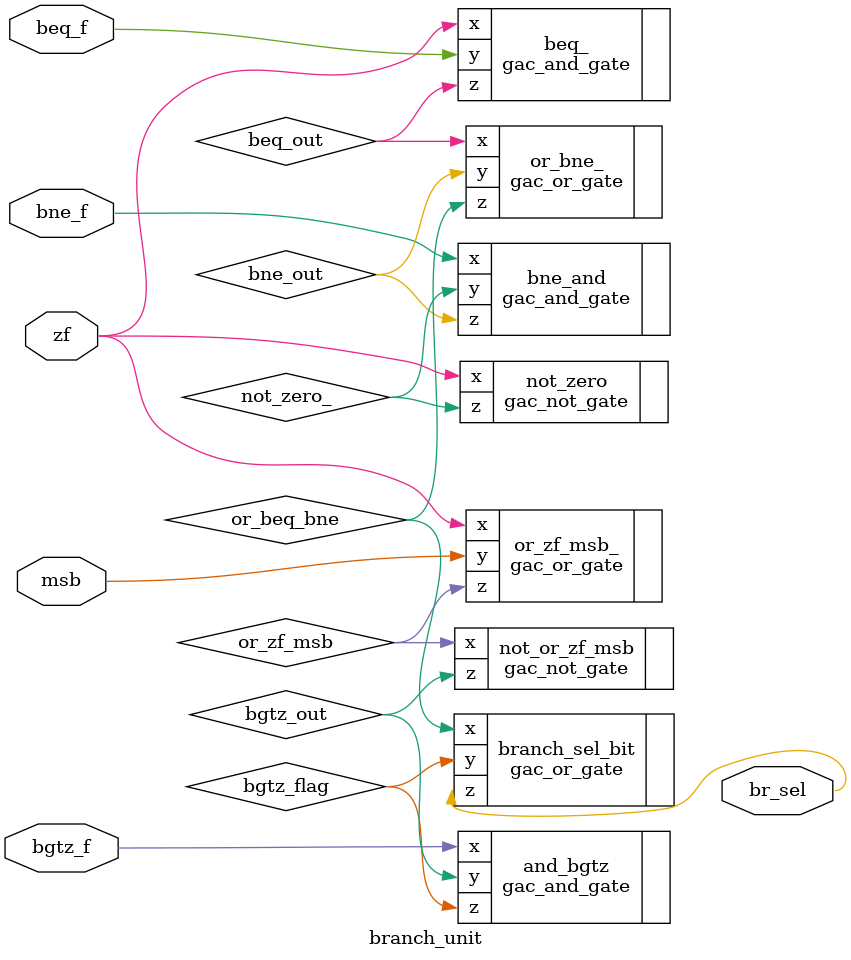
<source format=v>
`timescale 1ns/10ps
module branch_unit(beq_f, bne_f, bgtz_f, zf, msb, br_sel);

    input beq_f, bne_f, bgtz_f, zf, msb;
    output wire br_sel;

    wire beq_out;
    gac_and_gate beq_(.x(zf), .y(beq_f), .z(beq_out));

    wire not_zero_;
    gac_not_gate not_zero(
        .x(zf),
        .z(not_zero_)
    );

    wire bne_out;
    gac_and_gate bne_and(
        .x(bne_f),
        .y(not_zero_),
        .z(bne_out)
    );

    wire or_zf_msb;
    gac_or_gate or_zf_msb_(
        .x(zf),
        .y(msb),
        .z(or_zf_msb)
    );

    wire bgtz_out;
    gac_not_gate not_or_zf_msb(
        .x(or_zf_msb),
        .z(bgtz_out)
    );

    wire or_beq_bne;
    gac_or_gate or_bne_(
        .x(beq_out),
        .y(bne_out),
        .z(or_beq_bne)
    );

    wire bgtz_flag;
    gac_and_gate and_bgtz(
        .x(bgtz_f),
        .y(bgtz_out),
        .z(bgtz_flag)
    );

    gac_or_gate branch_sel_bit(
        .x(or_beq_bne),
        .y(bgtz_flag),
        .z(br_sel)
    );

endmodule
</source>
